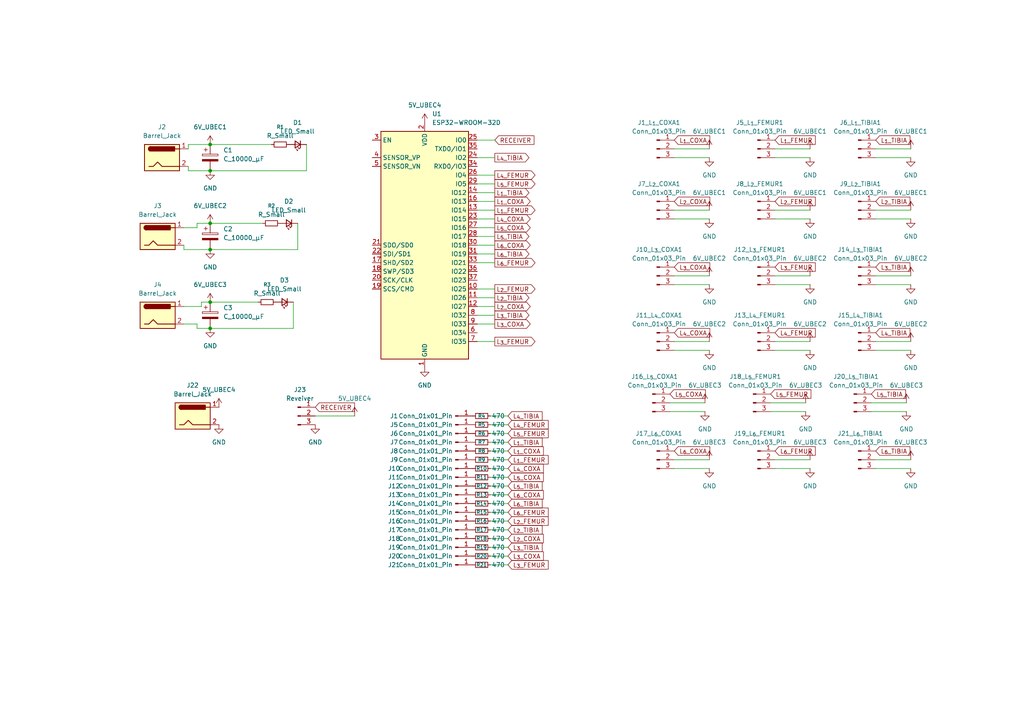
<source format=kicad_sch>
(kicad_sch (version 20250114) (generator "eeschema") (generator_version "9.0")
  (paper "A4")
  (lib_symbols
    (symbol "Connector:Barrel_Jack" (pin_names (offset 1.016))
      (property "Reference" "J" (at 0 5.334 0))
      (property "Value" "Barrel_Jack" (at 0 -5.08 0))
      (symbol "Barrel_Jack_1_1"
        (pin passive line (at 7.62 2.54 180) (length 2.54) (name "~") (number "1"))
        (pin passive line (at 7.62 -2.54 180) (length 2.54) (name "~") (number "2"))
      )
    )
    (symbol "Connector:Conn_01x01_Pin" (pin_names (offset 1.016) (hide yes))
      (property "Reference" "J" (at 0 2.54 0))
      (property "Value" "Conn_01x01_Pin" (at 0 -2.54 0))
      (symbol "Conn_01x01_Pin_1_1"
        (pin passive line (at 5.08 0 180) (length 3.81) (name "Pin_1") (number "1"))
      )
    )
    (symbol "Connector:Conn_01x03_Pin" (pin_names (offset 1.016) (hide yes))
      (property "Reference" "J" (at 0 5.08 0))
      (property "Value" "Conn_01x03_Pin" (at 0 -5.08 0))
      (symbol "Conn_01x03_Pin_1_1"
        (pin passive line (at 5.08 2.54 180) (length 3.81) (name "Pin_1") (number "1"))
        (pin passive line (at 5.08 0 180) (length 3.81) (name "Pin_2") (number "2"))
        (pin passive line (at 5.08 -2.54 180) (length 3.81) (name "Pin_3") (number "3"))
      )
    )
    (symbol "Device:C_Polarized" (pin_numbers (hide yes)) (pin_names (offset 0.254))
      (property "Reference" "C" (at 0.635 2.54 0))
      (property "Value" "C_Polarized" (at 0.635 -2.54 0))
      (symbol "C_Polarized_1_1"
        (pin passive line (at 0 3.81 270) (length 2.794) (name "~") (number "1"))
        (pin passive line (at 0 -3.81 90) (length 2.794) (name "~") (number "2"))
      )
    )
    (symbol "Device:LED_Small" (pin_numbers (hide yes)) (pin_names (offset 0.254) (hide yes))
      (property "Reference" "D" (at -1.27 3.175 0))
      (property "Value" "LED_Small" (at -4.445 -2.54 0))
      (symbol "LED_Small_1_1"
        (pin passive line (at -2.54 0 0) (length 1.778) (name "K") (number "1"))
        (pin passive line (at 2.54 0 180) (length 1.778) (name "A") (number "2"))
      )
    )
    (symbol "Device:R_Small" (pin_numbers (hide yes)) (pin_names (offset 0.254) (hide yes))
      (property "Reference" "R" (at 0 0 90))
      (property "Value" "R_Small" (at 1.778 0 90))
      (symbol "R_Small_1_1"
        (pin passive line (at 0 2.54 270) (length 0.762) (name "~") (number "1"))
        (pin passive line (at 0 -2.54 90) (length 0.762) (name "~") (number "2"))
      )
    )
    (symbol "RF_Module:ESP32-WROOM-32D"
      (property "Reference" "U" (at -12.7 34.29 0))
      (property "Value" "ESP32-WROOM-32D" (at 1.27 34.29 0))
      (symbol "ESP32-WROOM-32D_1_1"
        (pin input line (at -15.24 30.48 0) (length 2.54) (name "EN") (number "3"))
        (pin input line (at -15.24 25.4 0) (length 2.54) (name "SENSOR_VP") (number "4"))
        (pin input line (at -15.24 22.86 0) (length 2.54) (name "SENSOR_VN") (number "5"))
        (pin bidirectional line (at -15.24 0 0) (length 2.54) (name "SDO/SD0") (number "21"))
        (pin bidirectional line (at -15.24 -2.54 0) (length 2.54) (name "SDI/SD1") (number "22"))
        (pin bidirectional line (at -15.24 -5.08 0) (length 2.54) (name "SHD/SD2") (number "17"))
        (pin bidirectional line (at -15.24 -7.62 0) (length 2.54) (name "SWP/SD3") (number "18"))
        (pin bidirectional line (at -15.24 -10.16 0) (length 2.54) (name "SCK/CLK") (number "20"))
        (pin bidirectional line (at -15.24 -12.7 0) (length 2.54) (name "SCS/CMD") (number "19"))
        (pin no_connect line (at -12.7 -27.94 0) (length 2.54) (hide yes) (name "NC") (number "32"))
        (pin power_in line (at 0 35.56 270) (length 2.54) (name "VDD") (number "2"))
        (pin power_in line (at 0 -35.56 90) (length 2.54) (name "GND") (number "1"))
        (pin passive line (at 0 -35.56 90) (length 2.54) (hide yes) (name "GND") (number "15"))
        (pin passive line (at 0 -35.56 90) (length 2.54) (hide yes) (name "GND") (number "38"))
        (pin passive line (at 0 -35.56 90) (length 2.54) (hide yes) (name "GND") (number "39"))
        (pin bidirectional line (at 15.24 30.48 180) (length 2.54) (name "IO0") (number "25"))
        (pin bidirectional line (at 15.24 27.94 180) (length 2.54) (name "TXD0/IO1") (number "35"))
        (pin bidirectional line (at 15.24 25.4 180) (length 2.54) (name "IO2") (number "24"))
        (pin bidirectional line (at 15.24 22.86 180) (length 2.54) (name "RXD0/IO3") (number "34"))
        (pin bidirectional line (at 15.24 20.32 180) (length 2.54) (name "IO4") (number "26"))
        (pin bidirectional line (at 15.24 17.78 180) (length 2.54) (name "IO5") (number "29"))
        (pin bidirectional line (at 15.24 15.24 180) (length 2.54) (name "IO12") (number "14"))
        (pin bidirectional line (at 15.24 12.7 180) (length 2.54) (name "IO13") (number "16"))
        (pin bidirectional line (at 15.24 10.16 180) (length 2.54) (name "IO14") (number "13"))
        (pin bidirectional line (at 15.24 7.62 180) (length 2.54) (name "IO15") (number "23"))
        (pin bidirectional line (at 15.24 5.08 180) (length 2.54) (name "IO16") (number "27"))
        (pin bidirectional line (at 15.24 2.54 180) (length 2.54) (name "IO17") (number "28"))
        (pin bidirectional line (at 15.24 0 180) (length 2.54) (name "IO18") (number "30"))
        (pin bidirectional line (at 15.24 -2.54 180) (length 2.54) (name "IO19") (number "31"))
        (pin bidirectional line (at 15.24 -5.08 180) (length 2.54) (name "IO21") (number "33"))
        (pin bidirectional line (at 15.24 -7.62 180) (length 2.54) (name "IO22") (number "36"))
        (pin bidirectional line (at 15.24 -10.16 180) (length 2.54) (name "IO23") (number "37"))
        (pin bidirectional line (at 15.24 -12.7 180) (length 2.54) (name "IO25") (number "10"))
        (pin bidirectional line (at 15.24 -15.24 180) (length 2.54) (name "IO26") (number "11"))
        (pin bidirectional line (at 15.24 -17.78 180) (length 2.54) (name "IO27") (number "12"))
        (pin bidirectional line (at 15.24 -20.32 180) (length 2.54) (name "IO32") (number "8"))
        (pin bidirectional line (at 15.24 -22.86 180) (length 2.54) (name "IO33") (number "9"))
        (pin input line (at 15.24 -25.4 180) (length 2.54) (name "IO34") (number "6"))
        (pin input line (at 15.24 -27.94 180) (length 2.54) (name "IO35") (number "7"))
      )
    )
    (symbol "power:+6V" (power) (pin_numbers (hide yes)) (pin_names (offset 0) (hide yes))
      (property "Value" "+6V" (at 0 3.556 0))
      (symbol "+6V_1_1"
        (pin power_in line (at 0 0 90) (length 0) (name "~") (number "1"))
      )
    )
    (symbol "power:GND" (power) (pin_numbers (hide yes)) (pin_names (offset 0) (hide yes))
      (property "Value" "GND" (at 0 -3.81 0))
      (symbol "GND_1_1"
        (pin power_in line (at 0 0 270) (length 0) (name "~") (number "1"))
      )
    )
  )
  (text_box "Rev2:\nDodać rewizję na płytce\nDodać via lub pin geader do każdego wejścia sygnałowego tak aby ułatwić podłączanie przewodów sygnałowych" (at 314.96 41.91 0) (size 57.15 27.94) (margins 0.9525 0.9525 0.9525 0.9525) (effects (font (size 1.27 1.27)) (justify left top)))
  (junction (at 60.96 64.77))
  (junction (at 60.96 95.25))
  (junction (at 60.96 72.39))
  (junction (at 60.96 41.91))
  (junction (at 60.96 87.63))
  (junction (at 60.96 49.53))
  (wire (pts (xy 143.51 40.64) (xy 138.43 40.64)))
  (wire (pts (xy 60.96 72.39) (xy 86.36 72.39)))
  (wire (pts (xy 147.32 161.29) (xy 142.24 161.29)))
  (wire (pts (xy 205.74 101.6) (xy 195.58 101.6)))
  (wire (pts (xy 234.95 45.72) (xy 224.79 45.72)))
  (wire (pts (xy 147.32 135.89) (xy 142.24 135.89)))
  (wire (pts (xy 204.47 119.38) (xy 194.31 119.38)))
  (wire (pts (xy 147.32 163.83) (xy 142.24 163.83)))
  (wire (pts (xy 143.51 76.2) (xy 138.43 76.2)))
  (wire (pts (xy 147.32 130.81) (xy 142.24 130.81)))
  (wire (pts (xy 147.32 123.19) (xy 142.24 123.19)))
  (wire (pts (xy 147.32 156.21) (xy 142.24 156.21)))
  (wire (pts (xy 53.34 66.04) (xy 57.15 66.04)))
  (wire (pts (xy 57.15 95.25) (xy 60.96 95.25)))
  (wire (pts (xy 205.74 80.01) (xy 195.58 80.01)))
  (wire (pts (xy 147.32 143.51) (xy 142.24 143.51)))
  (wire (pts (xy 234.95 135.89) (xy 224.79 135.89)))
  (wire (pts (xy 205.74 99.06) (xy 195.58 99.06)))
  (wire (pts (xy 57.15 93.98) (xy 57.15 95.25)))
  (wire (pts (xy 264.16 101.6) (xy 254 101.6)))
  (wire (pts (xy 205.74 60.96) (xy 195.58 60.96)))
  (wire (pts (xy 78.74 41.91) (xy 60.96 41.91)))
  (wire (pts (xy 54.61 41.91) (xy 60.96 41.91)))
  (wire (pts (xy 57.15 64.77) (xy 60.96 64.77)))
  (wire (pts (xy 264.16 45.72) (xy 254 45.72)))
  (wire (pts (xy 143.51 45.72) (xy 138.43 45.72)))
  (wire (pts (xy 143.51 60.96) (xy 138.43 60.96)))
  (wire (pts (xy 234.95 80.01) (xy 224.79 80.01)))
  (wire (pts (xy 264.16 80.01) (xy 254 80.01)))
  (wire (pts (xy 143.51 55.88) (xy 138.43 55.88)))
  (wire (pts (xy 143.51 66.04) (xy 138.43 66.04)))
  (wire (pts (xy 86.36 64.77) (xy 86.36 72.39)))
  (wire (pts (xy 234.95 101.6) (xy 224.79 101.6)))
  (wire (pts (xy 147.32 128.27) (xy 142.24 128.27)))
  (wire (pts (xy 54.61 48.26) (xy 54.61 49.53)))
  (wire (pts (xy 54.61 49.53) (xy 60.96 49.53)))
  (wire (pts (xy 88.9 41.91) (xy 88.9 49.53)))
  (wire (pts (xy 143.51 68.58) (xy 138.43 68.58)))
  (wire (pts (xy 143.51 53.34) (xy 138.43 53.34)))
  (wire (pts (xy 58.42 88.9) (xy 58.42 87.63)))
  (wire (pts (xy 264.16 63.5) (xy 254 63.5)))
  (wire (pts (xy 147.32 158.75) (xy 142.24 158.75)))
  (wire (pts (xy 233.68 119.38) (xy 223.52 119.38)))
  (wire (pts (xy 143.51 83.82) (xy 138.43 83.82)))
  (wire (pts (xy 233.68 116.84) (xy 223.52 116.84)))
  (wire (pts (xy 54.61 43.18) (xy 54.61 41.91)))
  (wire (pts (xy 205.74 135.89) (xy 195.58 135.89)))
  (wire (pts (xy 205.74 43.18) (xy 195.58 43.18)))
  (wire (pts (xy 234.95 82.55) (xy 224.79 82.55)))
  (wire (pts (xy 53.34 93.98) (xy 57.15 93.98)))
  (wire (pts (xy 143.51 63.5) (xy 138.43 63.5)))
  (wire (pts (xy 102.87 120.65) (xy 91.44 120.65)))
  (wire (pts (xy 143.51 99.06) (xy 138.43 99.06)))
  (wire (pts (xy 143.51 93.98) (xy 138.43 93.98)))
  (wire (pts (xy 205.74 63.5) (xy 195.58 63.5)))
  (wire (pts (xy 234.95 60.96) (xy 224.79 60.96)))
  (wire (pts (xy 234.95 133.35) (xy 224.79 133.35)))
  (wire (pts (xy 74.93 87.63) (xy 60.96 87.63)))
  (wire (pts (xy 147.32 120.65) (xy 142.24 120.65)))
  (wire (pts (xy 143.51 88.9) (xy 138.43 88.9)))
  (wire (pts (xy 143.51 91.44) (xy 138.43 91.44)))
  (wire (pts (xy 264.16 99.06) (xy 254 99.06)))
  (wire (pts (xy 234.95 63.5) (xy 224.79 63.5)))
  (wire (pts (xy 205.74 82.55) (xy 195.58 82.55)))
  (wire (pts (xy 147.32 153.67) (xy 142.24 153.67)))
  (wire (pts (xy 264.16 43.18) (xy 254 43.18)))
  (wire (pts (xy 147.32 133.35) (xy 142.24 133.35)))
  (wire (pts (xy 147.32 151.13) (xy 142.24 151.13)))
  (wire (pts (xy 264.16 82.55) (xy 254 82.55)))
  (wire (pts (xy 85.09 87.63) (xy 85.09 95.25)))
  (wire (pts (xy 205.74 45.72) (xy 195.58 45.72)))
  (wire (pts (xy 234.95 99.06) (xy 224.79 99.06)))
  (wire (pts (xy 147.32 146.05) (xy 142.24 146.05)))
  (wire (pts (xy 262.89 116.84) (xy 252.73 116.84)))
  (wire (pts (xy 205.74 133.35) (xy 195.58 133.35)))
  (wire (pts (xy 60.96 95.25) (xy 85.09 95.25)))
  (wire (pts (xy 143.51 73.66) (xy 138.43 73.66)))
  (wire (pts (xy 264.16 135.89) (xy 254 135.89)))
  (wire (pts (xy 264.16 133.35) (xy 254 133.35)))
  (wire (pts (xy 88.9 49.53) (xy 60.96 49.53)))
  (wire (pts (xy 262.89 119.38) (xy 252.73 119.38)))
  (wire (pts (xy 147.32 148.59) (xy 142.24 148.59)))
  (wire (pts (xy 143.51 71.12) (xy 138.43 71.12)))
  (wire (pts (xy 147.32 125.73) (xy 142.24 125.73)))
  (wire (pts (xy 57.15 66.04) (xy 57.15 64.77)))
  (wire (pts (xy 53.34 88.9) (xy 58.42 88.9)))
  (wire (pts (xy 143.51 58.42) (xy 138.43 58.42)))
  (wire (pts (xy 264.16 60.96) (xy 254 60.96)))
  (wire (pts (xy 234.95 43.18) (xy 224.79 43.18)))
  (wire (pts (xy 204.47 116.84) (xy 194.31 116.84)))
  (wire (pts (xy 143.51 86.36) (xy 138.43 86.36)))
  (wire (pts (xy 147.32 140.97) (xy 142.24 140.97)))
  (wire (pts (xy 53.34 72.39) (xy 60.96 72.39)))
  (wire (pts (xy 53.34 71.12) (xy 53.34 72.39)))
  (wire (pts (xy 147.32 138.43) (xy 142.24 138.43)))
  (wire (pts (xy 143.51 50.8) (xy 138.43 50.8)))
  (wire (pts (xy 76.2 64.77) (xy 60.96 64.77)))
  (wire (pts (xy 58.42 87.63) (xy 60.96 87.63)))
  (global_label "L_{4}_COXA" (shape output) (at 143.51 63.5 0) (property "Intersheetrefs" "${INTERSHEET_REFS}" (effects (hide yes))))
  (global_label "L_{3}_COXA" (shape input) (at 195.58 77.47 0) (property "Intersheetrefs" "${INTERSHEET_REFS}" (effects (hide yes))))
  (global_label "L_{3}_COXA" (shape output) (at 143.51 93.98 0) (property "Intersheetrefs" "${INTERSHEET_REFS}" (effects (hide yes))))
  (global_label "L_{6}_TIBIA" (shape input) (at 254 130.81 0) (property "Intersheetrefs" "${INTERSHEET_REFS}" (effects (hide yes))))
  (global_label "L_{4}_COXA" (shape input) (at 147.32 135.89 0) (property "Intersheetrefs" "${INTERSHEET_REFS}" (effects (hide yes))))
  (global_label "L_{1}_TIBIA" (shape output) (at 143.51 55.88 0) (property "Intersheetrefs" "${INTERSHEET_REFS}" (effects (hide yes))))
  (global_label "L_{6}_COXA" (shape output) (at 143.51 71.12 0) (property "Intersheetrefs" "${INTERSHEET_REFS}" (effects (hide yes))))
  (global_label "L_{5}_COXA" (shape output) (at 143.51 66.04 0) (property "Intersheetrefs" "${INTERSHEET_REFS}" (effects (hide yes))))
  (global_label "L_{1}_COXA" (shape output) (at 143.51 58.42 0) (property "Intersheetrefs" "${INTERSHEET_REFS}" (effects (hide yes))))
  (global_label "L_{2}_FEMUR" (shape input) (at 224.79 58.42 0) (property "Intersheetrefs" "${INTERSHEET_REFS}" (effects (hide yes))))
  (global_label "L_{4}_FEMUR" (shape input) (at 224.79 96.52 0) (property "Intersheetrefs" "${INTERSHEET_REFS}" (effects (hide yes))))
  (global_label "L_{5}_FEMUR" (shape input) (at 223.52 114.3 0) (property "Intersheetrefs" "${INTERSHEET_REFS}" (effects (hide yes))))
  (global_label "L_{2}_FEMUR" (shape input) (at 147.32 151.13 0) (property "Intersheetrefs" "${INTERSHEET_REFS}" (effects (hide yes))))
  (global_label "L_{2}_TIBIA" (shape input) (at 254 58.42 0) (property "Intersheetrefs" "${INTERSHEET_REFS}" (effects (hide yes))))
  (global_label "L_{4}_TIBIA" (shape output) (at 143.51 45.72 0) (property "Intersheetrefs" "${INTERSHEET_REFS}" (effects (hide yes))))
  (global_label "L_{6}_FEMUR" (shape input) (at 147.32 148.59 0) (property "Intersheetrefs" "${INTERSHEET_REFS}" (effects (hide yes))))
  (global_label "L_{5}_TIBIA" (shape input) (at 252.73 114.3 0) (property "Intersheetrefs" "${INTERSHEET_REFS}" (effects (hide yes))))
  (global_label "L_{6}_FEMUR" (shape output) (at 143.51 76.2 0) (property "Intersheetrefs" "${INTERSHEET_REFS}" (effects (hide yes))))
  (global_label "L_{3}_FEMUR" (shape input) (at 224.79 77.47 0) (property "Intersheetrefs" "${INTERSHEET_REFS}" (effects (hide yes))))
  (global_label "L_{2}_FEMUR" (shape output) (at 143.51 83.82 0) (property "Intersheetrefs" "${INTERSHEET_REFS}" (effects (hide yes))))
  (global_label "L_{6}_TIBIA" (shape input) (at 147.32 146.05 0) (property "Intersheetrefs" "${INTERSHEET_REFS}" (effects (hide yes))))
  (global_label "L_{2}_COXA" (shape output) (at 143.51 88.9 0) (property "Intersheetrefs" "${INTERSHEET_REFS}" (effects (hide yes))))
  (global_label "L_{5}_FEMUR" (shape input) (at 147.32 125.73 0) (property "Intersheetrefs" "${INTERSHEET_REFS}" (effects (hide yes))))
  (global_label "L_{1}_COXA" (shape input) (at 195.58 40.64 0) (property "Intersheetrefs" "${INTERSHEET_REFS}" (effects (hide yes))))
  (global_label "L_{3}_FEMUR" (shape output) (at 143.51 99.06 0) (property "Intersheetrefs" "${INTERSHEET_REFS}" (effects (hide yes))))
  (global_label "L_{5}_TIBIA" (shape output) (at 143.51 68.58 0) (property "Intersheetrefs" "${INTERSHEET_REFS}" (effects (hide yes))))
  (global_label "L_{4}_FEMUR" (shape output) (at 143.51 50.8 0) (property "Intersheetrefs" "${INTERSHEET_REFS}" (effects (hide yes))))
  (global_label "L_{4}_FEMUR" (shape input) (at 147.32 123.19 0) (property "Intersheetrefs" "${INTERSHEET_REFS}" (effects (hide yes))))
  (global_label "L_{4}_TIBIA" (shape input) (at 147.32 120.65 0) (property "Intersheetrefs" "${INTERSHEET_REFS}" (effects (hide yes))))
  (global_label "L_{5}_TIBIA" (shape input) (at 147.32 140.97 0) (property "Intersheetrefs" "${INTERSHEET_REFS}" (effects (hide yes))))
  (global_label "L_{1}_COXA" (shape input) (at 147.32 130.81 0) (property "Intersheetrefs" "${INTERSHEET_REFS}" (effects (hide yes))))
  (global_label "L_{1}_FEMUR" (shape output) (at 143.51 60.96 0) (property "Intersheetrefs" "${INTERSHEET_REFS}" (effects (hide yes))))
  (global_label "L_{2}_TIBIA" (shape output) (at 143.51 86.36 0) (property "Intersheetrefs" "${INTERSHEET_REFS}" (effects (hide yes))))
  (global_label "L_{6}_COXA" (shape input) (at 147.32 143.51 0) (property "Intersheetrefs" "${INTERSHEET_REFS}" (effects (hide yes))))
  (global_label "RECEIVER" (shape input) (at 143.51 40.64 0) (property "Intersheetrefs" "${INTERSHEET_REFS}" (effects (hide yes))))
  (global_label "L_{5}_FEMUR" (shape output) (at 143.51 53.34 0) (property "Intersheetrefs" "${INTERSHEET_REFS}" (effects (hide yes))))
  (global_label "L_{6}_FEMUR" (shape input) (at 224.79 130.81 0) (property "Intersheetrefs" "${INTERSHEET_REFS}" (effects (hide yes))))
  (global_label "L_{5}_COXA" (shape input) (at 147.32 138.43 0) (property "Intersheetrefs" "${INTERSHEET_REFS}" (effects (hide yes))))
  (global_label "L_{1}_FEMUR" (shape input) (at 147.32 133.35 0) (property "Intersheetrefs" "${INTERSHEET_REFS}" (effects (hide yes))))
  (global_label "L_{3}_FEMUR" (shape input) (at 147.32 163.83 0) (property "Intersheetrefs" "${INTERSHEET_REFS}" (effects (hide yes))))
  (global_label "L_{1}_TIBIA" (shape input) (at 254 40.64 0) (property "Intersheetrefs" "${INTERSHEET_REFS}" (effects (hide yes))))
  (global_label "L_{6}_COXA" (shape input) (at 195.58 130.81 0) (property "Intersheetrefs" "${INTERSHEET_REFS}" (effects (hide yes))))
  (global_label "L_{3}_TIBIA" (shape input) (at 147.32 158.75 0) (property "Intersheetrefs" "${INTERSHEET_REFS}" (effects (hide yes))))
  (global_label "L_{1}_TIBIA" (shape input) (at 147.32 128.27 0) (property "Intersheetrefs" "${INTERSHEET_REFS}" (effects (hide yes))))
  (global_label "L_{4}_TIBIA" (shape input) (at 254 96.52 0) (property "Intersheetrefs" "${INTERSHEET_REFS}" (effects (hide yes))))
  (global_label "L_{5}_COXA" (shape input) (at 194.31 114.3 0) (property "Intersheetrefs" "${INTERSHEET_REFS}" (effects (hide yes))))
  (global_label "L_{2}_COXA" (shape input) (at 195.58 58.42 0) (property "Intersheetrefs" "${INTERSHEET_REFS}" (effects (hide yes))))
  (global_label "L_{4}_COXA" (shape input) (at 195.58 96.52 0) (property "Intersheetrefs" "${INTERSHEET_REFS}" (effects (hide yes))))
  (global_label "L_{3}_TIBIA" (shape input) (at 254 77.47 0) (property "Intersheetrefs" "${INTERSHEET_REFS}" (effects (hide yes))))
  (global_label "L_{3}_COXA" (shape input) (at 147.32 161.29 0) (property "Intersheetrefs" "${INTERSHEET_REFS}" (effects (hide yes))))
  (global_label "L_{6}_TIBIA" (shape output) (at 143.51 73.66 0) (property "Intersheetrefs" "${INTERSHEET_REFS}" (effects (hide yes))))
  (global_label "RECEIVER" (shape input) (at 91.44 118.11 0) (property "Intersheetrefs" "${INTERSHEET_REFS}" (effects (hide yes))))
  (global_label "L_{2}_TIBIA" (shape input) (at 147.32 153.67 0) (property "Intersheetrefs" "${INTERSHEET_REFS}" (effects (hide yes))))
  (global_label "L_{2}_COXA" (shape input) (at 147.32 156.21 0) (property "Intersheetrefs" "${INTERSHEET_REFS}" (effects (hide yes))))
  (global_label "L_{1}_FEMUR" (shape input) (at 224.79 40.64 0) (property "Intersheetrefs" "${INTERSHEET_REFS}" (effects (hide yes))))
  (global_label "L_{3}_TIBIA" (shape output) (at 143.51 91.44 0) (property "Intersheetrefs" "${INTERSHEET_REFS}" (effects (hide yes))))
  (symbol (lib_id "Device:R_Small") (at 139.7 151.13 90) (unit 1)
    (property "Reference" "R16" (at 139.7 151.13 90) (effects (font (size 1.016 1.016))))
    (property "Value" "470" (at 144.526 151.13 90))
    (property "Footprint" "Resistor_SMD:R_0805_2012Metric_Pad1.20x1.40mm_HandSolder" (effects (hide yes)))
    (property "Description" "Resistor, small symbol" (effects (hide yes)))
  )
  (symbol (lib_id "power:+6V") (at 123.19 35.56 0) (unit 1)
    (property "Reference" "#PWR046" (effects (hide yes)))
    (property "Value" "5V_UBEC4" (at 123.19 30.48 0))
    (property "Description" "Power symbol creates a global label with name \"+6V\"" (effects (hide yes)))
  )
  (symbol (lib_id "power:+6V") (at 205.74 99.06 0) (unit 1)
    (property "Reference" "#PWR022" (effects (hide yes)))
    (property "Value" "6V_UBEC2" (at 205.74 93.98 0))
    (property "Description" "Power symbol creates a global label with name \"+6V\"" (effects (hide yes)))
  )
  (symbol (lib_id "Device:R_Small") (at 139.7 133.35 90) (unit 1)
    (property "Reference" "R9" (at 139.7 133.35 90) (effects (font (size 1.016 1.016))))
    (property "Value" "470" (at 144.526 133.35 90))
    (property "Footprint" "Resistor_SMD:R_0805_2012Metric_Pad1.20x1.40mm_HandSolder" (effects (hide yes)))
    (property "Description" "Resistor, small symbol" (effects (hide yes)))
  )
  (symbol (lib_id "Connector:Conn_01x03_Pin") (at 189.23 116.84 0) (unit 1)
    (property "Reference" "J16_L_{5}_COXA1" (at 189.865 109.22 0))
    (property "Value" "Conn_01x03_Pin" (at 189.865 111.76 0))
    (property "Footprint" "Connector_PinHeader_2.54mm:PinHeader_1x03_P2.54mm_Vertical" (effects (hide yes)))
    (property "Description" "Generic connector, single row, 01x03, script generated" (effects (hide yes)))
  )
  (symbol (lib_id "Connector:Conn_01x01_Pin") (at 132.08 138.43 0) (unit 1)
    (property "Reference" "J11" (at 114.3 138.43 0))
    (property "Value" "Conn_01x01_Pin" (at 123.444 138.43 0))
    (property "Footprint" "Connector_PinHeader_2.54mm:PinHeader_1x01_P2.54mm_Vertical" (effects (hide yes)))
    (property "Description" "Generic connector, single row, 01x01, script generated" (effects (hide yes)))
  )
  (symbol (lib_id "Connector:Conn_01x01_Pin") (at 132.08 125.73 0) (unit 1)
    (property "Reference" "J6" (at 114.3 125.73 0))
    (property "Value" "Conn_01x01_Pin" (at 123.444 125.73 0))
    (property "Footprint" "Connector_PinHeader_2.54mm:PinHeader_1x01_P2.54mm_Vertical" (effects (hide yes)))
    (property "Description" "Generic connector, single row, 01x01, script generated" (effects (hide yes)))
  )
  (symbol (lib_id "Device:R_Small") (at 139.7 158.75 90) (unit 1)
    (property "Reference" "R19" (at 139.7 158.75 90) (effects (font (size 1.016 1.016))))
    (property "Value" "470" (at 144.526 158.75 90))
    (property "Footprint" "Resistor_SMD:R_0805_2012Metric_Pad1.20x1.40mm_HandSolder" (effects (hide yes)))
    (property "Description" "Resistor, small symbol" (effects (hide yes)))
  )
  (symbol (lib_id "Connector:Conn_01x03_Pin") (at 247.65 116.84 0) (unit 1)
    (property "Reference" "J20_L_{5}_TIBIA1" (at 248.285 109.22 0))
    (property "Value" "Conn_01x03_Pin" (at 248.285 111.76 0))
    (property "Footprint" "Connector_PinHeader_2.54mm:PinHeader_1x03_P2.54mm_Vertical" (effects (hide yes)))
    (property "Description" "Generic connector, single row, 01x03, script generated" (effects (hide yes)))
  )
  (symbol (lib_id "Connector:Conn_01x03_Pin") (at 190.5 99.06 0) (unit 1)
    (property "Reference" "J11_L_{4}_COXA1" (at 191.135 91.44 0))
    (property "Value" "Conn_01x03_Pin" (at 191.135 93.98 0))
    (property "Footprint" "Connector_PinHeader_2.54mm:PinHeader_1x03_P2.54mm_Horizontal" (effects (hide yes)))
    (property "Description" "Generic connector, single row, 01x03, script generated" (effects (hide yes)))
  )
  (symbol (lib_id "Connector:Barrel_Jack") (at 46.99 45.72 0) (unit 1)
    (property "Reference" "J2" (at 46.99 36.83 0))
    (property "Value" "Barrel_Jack" (at 46.99 39.37 0))
    (property "Footprint" "TerminalBlock_Phoenix:TerminalBlock_Phoenix_MKDS-1,5-2_1x02_P5.00mm_Horizontal" (effects (hide yes)))
    (property "Description" "DC Barrel Jack" (effects (hide yes)))
  )
  (symbol (lib_id "Connector:Conn_01x01_Pin") (at 132.08 163.83 0) (unit 1)
    (property "Reference" "J21" (at 114.3 163.83 0))
    (property "Value" "Conn_01x01_Pin" (at 123.444 163.83 0))
    (property "Footprint" "Connector_PinHeader_2.54mm:PinHeader_1x01_P2.54mm_Vertical" (effects (hide yes)))
    (property "Description" "Generic connector, single row, 01x01, script generated" (effects (hide yes)))
  )
  (symbol (lib_id "Device:R_Small") (at 139.7 138.43 90) (unit 1)
    (property "Reference" "R11" (at 139.7 138.43 90) (effects (font (size 1.016 1.016))))
    (property "Value" "470" (at 144.526 138.43 90))
    (property "Footprint" "Resistor_SMD:R_0805_2012Metric_Pad1.20x1.40mm_HandSolder" (effects (hide yes)))
    (property "Description" "Resistor, small symbol" (effects (hide yes)))
  )
  (symbol (lib_id "power:+6V") (at 264.16 80.01 0) (unit 1)
    (property "Reference" "#PWR028" (effects (hide yes)))
    (property "Value" "6V_UBEC2" (at 264.16 74.93 0))
    (property "Description" "Power symbol creates a global label with name \"+6V\"" (effects (hide yes)))
  )
  (symbol (lib_id "power:GND") (at 91.44 123.19 0) (unit 1)
    (property "Reference" "#PWR047" (effects (hide yes)))
    (property "Value" "GND" (at 91.44 128.27 0))
    (property "Description" "Power symbol creates a global label with name \"GND\" , ground" (effects (hide yes)))
  )
  (symbol (lib_id "Device:R_Small") (at 139.7 120.65 90) (unit 1)
    (property "Reference" "R4" (at 139.7 120.65 90) (effects (font (size 1.016 1.016))))
    (property "Value" "470" (at 144.526 120.65 90))
    (property "Footprint" "Resistor_SMD:R_0805_2012Metric_Pad1.20x1.40mm_HandSolder" (effects (hide yes)))
    (property "Description" "Resistor, small symbol" (effects (hide yes)))
  )
  (symbol (lib_id "Device:R_Small") (at 139.7 153.67 90) (unit 1)
    (property "Reference" "R17" (at 139.7 153.67 90) (effects (font (size 1.016 1.016))))
    (property "Value" "470" (at 144.526 153.67 90))
    (property "Footprint" "Resistor_SMD:R_0805_2012Metric_Pad1.20x1.40mm_HandSolder" (effects (hide yes)))
    (property "Description" "Resistor, small symbol" (effects (hide yes)))
  )
  (symbol (lib_id "power:+6V") (at 205.74 133.35 0) (unit 1)
    (property "Reference" "#PWR034" (effects (hide yes)))
    (property "Value" "6V_UBEC3" (at 205.74 128.27 0))
    (property "Description" "Power symbol creates a global label with name \"+6V\"" (effects (hide yes)))
  )
  (symbol (lib_id "power:GND") (at 60.96 49.53 0) (unit 1)
    (property "Reference" "#PWR08" (effects (hide yes)))
    (property "Value" "GND" (at 60.96 54.61 0))
    (property "Description" "Power symbol creates a global label with name \"GND\" , ground" (effects (hide yes)))
  )
  (symbol (lib_id "power:GND") (at 264.16 82.55 0) (unit 1)
    (property "Reference" "#PWR029" (effects (hide yes)))
    (property "Value" "GND" (at 264.16 87.63 0))
    (property "Description" "Power symbol creates a global label with name \"GND\" , ground" (effects (hide yes)))
  )
  (symbol (lib_id "power:+6V") (at 204.47 116.84 0) (unit 1)
    (property "Reference" "#PWR032" (effects (hide yes)))
    (property "Value" "6V_UBEC3" (at 204.47 111.76 0))
    (property "Description" "Power symbol creates a global label with name \"+6V\"" (effects (hide yes)))
  )
  (symbol (lib_id "power:+6V") (at 205.74 80.01 0) (unit 1)
    (property "Reference" "#PWR020" (effects (hide yes)))
    (property "Value" "6V_UBEC2" (at 205.74 74.93 0))
    (property "Description" "Power symbol creates a global label with name \"+6V\"" (effects (hide yes)))
  )
  (symbol (lib_id "Device:R_Small") (at 139.7 125.73 90) (unit 1)
    (property "Reference" "R6" (at 139.7 125.73 90) (effects (font (size 1.016 1.016))))
    (property "Value" "470" (at 144.526 125.73 90))
    (property "Footprint" "Resistor_SMD:R_0805_2012Metric_Pad1.20x1.40mm_HandSolder" (effects (hide yes)))
    (property "Description" "Resistor, small symbol" (effects (hide yes)))
  )
  (symbol (lib_id "power:GND") (at 234.95 82.55 0) (unit 1)
    (property "Reference" "#PWR025" (effects (hide yes)))
    (property "Value" "GND" (at 234.95 87.63 0))
    (property "Description" "Power symbol creates a global label with name \"GND\" , ground" (effects (hide yes)))
  )
  (symbol (lib_id "power:GND") (at 234.95 45.72 0) (unit 1)
    (property "Reference" "#PWR011" (effects (hide yes)))
    (property "Value" "GND" (at 234.95 50.8 0))
    (property "Description" "Power symbol creates a global label with name \"GND\" , ground" (effects (hide yes)))
  )
  (symbol (lib_id "power:+6V") (at 234.95 43.18 0) (unit 1)
    (property "Reference" "#PWR010" (effects (hide yes)))
    (property "Value" "6V_UBEC1" (at 234.95 38.1 0))
    (property "Description" "Power symbol creates a global label with name \"+6V\"" (effects (hide yes)))
  )
  (symbol (lib_id "power:GND") (at 60.96 95.25 0) (unit 1)
    (property "Reference" "#PWR06" (effects (hide yes)))
    (property "Value" "GND" (at 60.96 100.33 0))
    (property "Description" "Power symbol creates a global label with name \"GND\" , ground" (effects (hide yes)))
  )
  (symbol (lib_id "power:GND") (at 264.16 101.6 0) (unit 1)
    (property "Reference" "#PWR031" (effects (hide yes)))
    (property "Value" "GND" (at 264.16 106.68 0))
    (property "Description" "Power symbol creates a global label with name \"GND\" , ground" (effects (hide yes)))
  )
  (symbol (lib_id "power:GND") (at 205.74 135.89 0) (unit 1)
    (property "Reference" "#PWR035" (effects (hide yes)))
    (property "Value" "GND" (at 205.74 140.97 0))
    (property "Description" "Power symbol creates a global label with name \"GND\" , ground" (effects (hide yes)))
  )
  (symbol (lib_id "Connector:Conn_01x03_Pin") (at 248.92 60.96 0) (unit 1)
    (property "Reference" "J9_L_{2}_TIBIA1" (at 249.555 53.34 0))
    (property "Value" "Conn_01x03_Pin" (at 249.555 55.88 0))
    (property "Footprint" "Connector_PinHeader_2.54mm:PinHeader_1x03_P2.54mm_Vertical" (effects (hide yes)))
    (property "Description" "Generic connector, single row, 01x03, script generated" (effects (hide yes)))
  )
  (symbol (lib_id "Connector:Conn_01x03_Pin") (at 248.92 99.06 0) (unit 1)
    (property "Reference" "J15_L_{4}_TIBIA1" (at 249.555 91.44 0))
    (property "Value" "Conn_01x03_Pin" (at 249.555 93.98 0))
    (property "Footprint" "Connector_PinHeader_2.54mm:PinHeader_1x03_P2.54mm_Horizontal" (effects (hide yes)))
    (property "Description" "Generic connector, single row, 01x03, script generated" (effects (hide yes)))
  )
  (symbol (lib_id "Connector:Barrel_Jack") (at 45.72 91.44 0) (unit 1)
    (property "Reference" "J4" (at 45.72 82.55 0))
    (property "Value" "Barrel_Jack" (at 45.72 85.09 0))
    (property "Footprint" "TerminalBlock_Phoenix:TerminalBlock_Phoenix_MKDS-1,5-2_1x02_P5.00mm_Horizontal" (effects (hide yes)))
    (property "Description" "DC Barrel Jack" (effects (hide yes)))
  )
  (symbol (lib_id "Device:R_Small") (at 139.7 128.27 90) (unit 1)
    (property "Reference" "R7" (at 139.7 128.27 90) (effects (font (size 1.016 1.016))))
    (property "Value" "470" (at 144.526 128.27 90))
    (property "Footprint" "Resistor_SMD:R_0805_2012Metric_Pad1.20x1.40mm_HandSolder" (effects (hide yes)))
    (property "Description" "Resistor, small symbol" (effects (hide yes)))
  )
  (symbol (lib_id "Device:R_Small") (at 77.47 87.63 90) (unit 1)
    (property "Reference" "R3" (at 77.47 82.55 90) (effects (font (size 1.016 1.016))))
    (property "Value" "R_Small" (at 77.47 85.09 90))
    (property "Footprint" "Resistor_SMD:R_0805_2012Metric" (effects (hide yes)))
    (property "Description" "Resistor, small symbol" (effects (hide yes)))
  )
  (symbol (lib_id "Connector:Conn_01x01_Pin") (at 132.08 128.27 0) (unit 1)
    (property "Reference" "J7" (at 114.3 128.27 0))
    (property "Value" "Conn_01x01_Pin" (at 123.444 128.27 0))
    (property "Footprint" "Connector_PinHeader_2.54mm:PinHeader_1x01_P2.54mm_Vertical" (effects (hide yes)))
    (property "Description" "Generic connector, single row, 01x01, script generated" (effects (hide yes)))
  )
  (symbol (lib_id "Device:LED_Small") (at 86.36 41.91 180) (unit 1)
    (property "Reference" "D1" (at 86.2965 35.56 0))
    (property "Value" "LED_Small" (at 86.2965 38.1 0))
    (property "Footprint" "LED_SMD:LED_0805_2012Metric" (effects (hide yes)))
    (property "Description" "Light emitting diode, small symbol" (effects (hide yes)))
    (property "Sim.Pin" "1=K 2=A" (effects (hide yes)))
  )
  (symbol (lib_id "power:+6V") (at 102.87 120.65 0) (unit 1)
    (property "Reference" "#PWR048" (effects (hide yes)))
    (property "Value" "5V_UBEC4" (at 102.87 115.57 0))
    (property "Description" "Power symbol creates a global label with name \"+6V\"" (effects (hide yes)))
  )
  (symbol (lib_id "power:+6V") (at 264.16 99.06 0) (unit 1)
    (property "Reference" "#PWR030" (effects (hide yes)))
    (property "Value" "6V_UBEC2" (at 264.16 93.98 0))
    (property "Description" "Power symbol creates a global label with name \"+6V\"" (effects (hide yes)))
  )
  (symbol (lib_id "Connector:Conn_01x01_Pin") (at 132.08 143.51 0) (unit 1)
    (property "Reference" "J13" (at 114.3 143.51 0))
    (property "Value" "Conn_01x01_Pin" (at 123.444 143.51 0))
    (property "Footprint" "Connector_PinHeader_2.54mm:PinHeader_1x01_P2.54mm_Vertical" (effects (hide yes)))
    (property "Description" "Generic connector, single row, 01x01, script generated" (effects (hide yes)))
  )
  (symbol (lib_id "power:GND") (at 63.5 123.19 0) (unit 1)
    (property "Reference" "#PWR044" (effects (hide yes)))
    (property "Value" "GND" (at 63.5 128.27 0))
    (property "Description" "Power symbol creates a global label with name \"GND\" , ground" (effects (hide yes)))
  )
  (symbol (lib_id "Connector:Conn_01x01_Pin") (at 132.08 156.21 0) (unit 1)
    (property "Reference" "J18" (at 114.3 156.21 0))
    (property "Value" "Conn_01x01_Pin" (at 123.444 156.21 0))
    (property "Footprint" "Connector_PinHeader_2.54mm:PinHeader_1x01_P2.54mm_Vertical" (effects (hide yes)))
    (property "Description" "Generic connector, single row, 01x01, script generated" (effects (hide yes)))
  )
  (symbol (lib_id "power:+6V") (at 63.5 118.11 0) (unit 1)
    (property "Reference" "#PWR045" (effects (hide yes)))
    (property "Value" "5V_UBEC4" (at 63.5 113.03 0))
    (property "Description" "Power symbol creates a global label with name \"+6V\"" (effects (hide yes)))
  )
  (symbol (lib_id "power:+6V") (at 234.95 99.06 0) (unit 1)
    (property "Reference" "#PWR026" (effects (hide yes)))
    (property "Value" "6V_UBEC2" (at 234.95 93.98 0))
    (property "Description" "Power symbol creates a global label with name \"+6V\"" (effects (hide yes)))
  )
  (symbol (lib_id "power:GND") (at 205.74 101.6 0) (unit 1)
    (property "Reference" "#PWR023" (effects (hide yes)))
    (property "Value" "GND" (at 205.74 106.68 0))
    (property "Description" "Power symbol creates a global label with name \"GND\" , ground" (effects (hide yes)))
  )
  (symbol (lib_id "Connector:Conn_01x03_Pin") (at 219.71 99.06 0) (unit 1)
    (property "Reference" "J13_L_{4}_FEMUR1" (at 220.345 91.44 0))
    (property "Value" "Conn_01x03_Pin" (at 220.345 93.98 0))
    (property "Footprint" "Connector_PinHeader_2.54mm:PinHeader_1x03_P2.54mm_Horizontal" (effects (hide yes)))
    (property "Description" "Generic connector, single row, 01x03, script generated" (effects (hide yes)))
  )
  (symbol (lib_id "Device:R_Small") (at 81.28 41.91 90) (unit 1)
    (property "Reference" "R1" (at 81.28 36.83 90) (effects (font (size 1.016 1.016))))
    (property "Value" "R_Small" (at 81.28 39.37 90))
    (property "Footprint" "Resistor_SMD:R_0805_2012Metric" (effects (hide yes)))
    (property "Description" "Resistor, small symbol" (effects (hide yes)))
  )
  (symbol (lib_id "power:GND") (at 264.16 63.5 0) (unit 1)
    (property "Reference" "#PWR019" (effects (hide yes)))
    (property "Value" "GND" (at 264.16 68.58 0))
    (property "Description" "Power symbol creates a global label with name \"GND\" , ground" (effects (hide yes)))
  )
  (symbol (lib_id "Connector:Conn_01x03_Pin") (at 190.5 133.35 0) (unit 1)
    (property "Reference" "J17_L_{6}_COXA1" (at 191.135 125.73 0))
    (property "Value" "Conn_01x03_Pin" (at 191.135 128.27 0))
    (property "Footprint" "Connector_PinHeader_2.54mm:PinHeader_1x03_P2.54mm_Horizontal" (effects (hide yes)))
    (property "Description" "Generic connector, single row, 01x03, script generated" (effects (hide yes)))
  )
  (symbol (lib_id "Device:R_Small") (at 139.7 130.81 90) (unit 1)
    (property "Reference" "R8" (at 139.7 130.81 90) (effects (font (size 1.016 1.016))))
    (property "Value" "470" (at 144.526 130.81 90))
    (property "Footprint" "Resistor_SMD:R_0805_2012Metric_Pad1.20x1.40mm_HandSolder" (effects (hide yes)))
    (property "Description" "Resistor, small symbol" (effects (hide yes)))
  )
  (symbol (lib_id "Connector:Conn_01x03_Pin") (at 219.71 43.18 0) (unit 1)
    (property "Reference" "J5_L_{1}_FEMUR1" (at 220.345 35.56 0))
    (property "Value" "Conn_01x03_Pin" (at 220.345 38.1 0))
    (property "Footprint" "Connector_PinHeader_2.54mm:PinHeader_1x03_P2.54mm_Horizontal" (effects (hide yes)))
    (property "Description" "Generic connector, single row, 01x03, script generated" (effects (hide yes)))
  )
  (symbol (lib_id "Device:R_Small") (at 78.74 64.77 90) (unit 1)
    (property "Reference" "R2" (at 78.74 59.69 90) (effects (font (size 1.016 1.016))))
    (property "Value" "R_Small" (at 78.74 62.23 90))
    (property "Footprint" "Resistor_SMD:R_0805_2012Metric" (effects (hide yes)))
    (property "Description" "Resistor, small symbol" (effects (hide yes)))
  )
  (symbol (lib_id "Device:C_Polarized") (at 60.96 68.58 0) (unit 1)
    (property "Reference" "C2" (at 64.77 66.4209 0) (effects (justify left)))
    (property "Value" "C_10000_µF" (at 64.77 68.9609 0) (effects (justify left)))
    (property "Footprint" "Capacitor_THT:CP_Radial_D16.0mm_P7.50mm" (effects (hide yes)))
    (property "Description" "Polarized capacitor" (effects (hide yes)))
  )
  (symbol (lib_id "Device:R_Small") (at 139.7 135.89 90) (unit 1)
    (property "Reference" "R10" (at 139.7 135.89 90) (effects (font (size 1.016 1.016))))
    (property "Value" "470" (at 144.526 135.89 90))
    (property "Footprint" "Resistor_SMD:R_0805_2012Metric_Pad1.20x1.40mm_HandSolder" (effects (hide yes)))
    (property "Description" "Resistor, small symbol" (effects (hide yes)))
  )
  (symbol (lib_id "Connector:Conn_01x03_Pin") (at 219.71 133.35 0) (unit 1)
    (property "Reference" "J19_L_{6}_FEMUR1" (at 220.345 125.73 0))
    (property "Value" "Conn_01x03_Pin" (at 220.345 128.27 0))
    (property "Footprint" "Connector_PinHeader_2.54mm:PinHeader_1x03_P2.54mm_Horizontal" (effects (hide yes)))
    (property "Description" "Generic connector, single row, 01x03, script generated" (effects (hide yes)))
  )
  (symbol (lib_id "Connector:Barrel_Jack") (at 45.72 68.58 0) (unit 1)
    (property "Reference" "J3" (at 45.72 59.69 0))
    (property "Value" "Barrel_Jack" (at 45.72 62.23 0))
    (property "Footprint" "TerminalBlock_Phoenix:TerminalBlock_Phoenix_MKDS-1,5-2_1x02_P5.00mm_Horizontal" (effects (hide yes)))
    (property "Description" "DC Barrel Jack" (effects (hide yes)))
  )
  (symbol (lib_id "power:GND") (at 234.95 63.5 0) (unit 1)
    (property "Reference" "#PWR017" (effects (hide yes)))
    (property "Value" "GND" (at 234.95 68.58 0))
    (property "Description" "Power symbol creates a global label with name \"GND\" , ground" (effects (hide yes)))
  )
  (symbol (lib_id "Connector:Conn_01x03_Pin") (at 218.44 116.84 0) (unit 1)
    (property "Reference" "J18_L_{5}_FEMUR1" (at 219.075 109.22 0))
    (property "Value" "Conn_01x03_Pin" (at 219.075 111.76 0))
    (property "Footprint" "Connector_PinHeader_2.54mm:PinHeader_1x03_P2.54mm_Vertical" (effects (hide yes)))
    (property "Description" "Generic connector, single row, 01x03, script generated" (effects (hide yes)))
  )
  (symbol (lib_id "Device:C_Polarized") (at 60.96 91.44 0) (unit 1)
    (property "Reference" "C3" (at 64.77 89.2809 0) (effects (justify left)))
    (property "Value" "C_10000_µF" (at 64.77 91.8209 0) (effects (justify left)))
    (property "Footprint" "Capacitor_THT:CP_Radial_D16.0mm_P7.50mm" (effects (hide yes)))
    (property "Description" "Polarized capacitor" (effects (hide yes)))
  )
  (symbol (lib_id "power:+6V") (at 264.16 60.96 0) (unit 1)
    (property "Reference" "#PWR018" (effects (hide yes)))
    (property "Value" "6V_UBEC1" (at 264.16 55.88 0))
    (property "Description" "Power symbol creates a global label with name \"+6V\"" (effects (hide yes)))
  )
  (symbol (lib_id "Connector:Conn_01x01_Pin") (at 132.08 158.75 0) (unit 1)
    (property "Reference" "J19" (at 114.3 158.75 0))
    (property "Value" "Conn_01x01_Pin" (at 123.444 158.75 0))
    (property "Footprint" "Connector_PinHeader_2.54mm:PinHeader_1x01_P2.54mm_Vertical" (effects (hide yes)))
    (property "Description" "Generic connector, single row, 01x01, script generated" (effects (hide yes)))
  )
  (symbol (lib_id "Connector:Conn_01x03_Pin") (at 190.5 43.18 0) (unit 1)
    (property "Reference" "J1_L_{1}_COXA1" (at 191.135 35.56 0))
    (property "Value" "Conn_01x03_Pin" (at 191.135 38.1 0))
    (property "Footprint" "Connector_PinHeader_2.54mm:PinHeader_1x03_P2.54mm_Horizontal" (effects (hide yes)))
    (property "Description" "Generic connector, single row, 01x03, script generated" (effects (hide yes)))
  )
  (symbol (lib_id "Connector:Conn_01x01_Pin") (at 132.08 151.13 0) (unit 1)
    (property "Reference" "J16" (at 114.3 151.13 0))
    (property "Value" "Conn_01x01_Pin" (at 123.444 151.13 0))
    (property "Footprint" "Connector_PinHeader_2.54mm:PinHeader_1x01_P2.54mm_Vertical" (effects (hide yes)))
    (property "Description" "Generic connector, single row, 01x01, script generated" (effects (hide yes)))
  )
  (symbol (lib_id "Device:R_Small") (at 139.7 156.21 90) (unit 1)
    (property "Reference" "R18" (at 139.7 156.21 90) (effects (font (size 1.016 1.016))))
    (property "Value" "470" (at 144.526 156.21 90))
    (property "Footprint" "Resistor_SMD:R_0805_2012Metric_Pad1.20x1.40mm_HandSolder" (effects (hide yes)))
    (property "Description" "Resistor, small symbol" (effects (hide yes)))
  )
  (symbol (lib_id "Connector:Conn_01x01_Pin") (at 132.08 161.29 0) (unit 1)
    (property "Reference" "J20" (at 114.3 161.29 0))
    (property "Value" "Conn_01x01_Pin" (at 123.444 161.29 0))
    (property "Footprint" "Connector_PinHeader_2.54mm:PinHeader_1x01_P2.54mm_Vertical" (effects (hide yes)))
    (property "Description" "Generic connector, single row, 01x01, script generated" (effects (hide yes)))
  )
  (symbol (lib_id "Connector:Conn_01x01_Pin") (at 132.08 148.59 0) (unit 1)
    (property "Reference" "J15" (at 114.3 148.59 0))
    (property "Value" "Conn_01x01_Pin" (at 123.444 148.59 0))
    (property "Footprint" "Connector_PinHeader_2.54mm:PinHeader_1x01_P2.54mm_Vertical" (effects (hide yes)))
    (property "Description" "Generic connector, single row, 01x01, script generated" (effects (hide yes)))
  )
  (symbol (lib_id "power:+6V") (at 205.74 60.96 0) (unit 1)
    (property "Reference" "#PWR014" (effects (hide yes)))
    (property "Value" "6V_UBEC1" (at 205.74 55.88 0))
    (property "Description" "Power symbol creates a global label with name \"+6V\"" (effects (hide yes)))
  )
  (symbol (lib_id "power:+6V") (at 234.95 60.96 0) (unit 1)
    (property "Reference" "#PWR016" (effects (hide yes)))
    (property "Value" "6V_UBEC1" (at 234.95 55.88 0))
    (property "Description" "Power symbol creates a global label with name \"+6V\"" (effects (hide yes)))
  )
  (symbol (lib_id "power:GND") (at 205.74 82.55 0) (unit 1)
    (property "Reference" "#PWR021" (effects (hide yes)))
    (property "Value" "GND" (at 205.74 87.63 0))
    (property "Description" "Power symbol creates a global label with name \"GND\" , ground" (effects (hide yes)))
  )
  (symbol (lib_id "power:+6V") (at 205.74 43.18 0) (unit 1)
    (property "Reference" "#PWR02" (effects (hide yes)))
    (property "Value" "6V_UBEC1" (at 205.74 38.1 0))
    (property "Description" "Power symbol creates a global label with name \"+6V\"" (effects (hide yes)))
  )
  (symbol (lib_id "power:GND") (at 264.16 45.72 0) (unit 1)
    (property "Reference" "#PWR013" (effects (hide yes)))
    (property "Value" "GND" (at 264.16 50.8 0))
    (property "Description" "Power symbol creates a global label with name \"GND\" , ground" (effects (hide yes)))
  )
  (symbol (lib_id "power:GND") (at 234.95 135.89 0) (unit 1)
    (property "Reference" "#PWR039" (effects (hide yes)))
    (property "Value" "GND" (at 234.95 140.97 0))
    (property "Description" "Power symbol creates a global label with name \"GND\" , ground" (effects (hide yes)))
  )
  (symbol (lib_id "Device:R_Small") (at 139.7 143.51 90) (unit 1)
    (property "Reference" "R13" (at 139.7 143.51 90) (effects (font (size 1.016 1.016))))
    (property "Value" "470" (at 144.526 143.51 90))
    (property "Footprint" "Resistor_SMD:R_0805_2012Metric_Pad1.20x1.40mm_HandSolder" (effects (hide yes)))
    (property "Description" "Resistor, small symbol" (effects (hide yes)))
  )
  (symbol (lib_id "Connector:Conn_01x03_Pin") (at 248.92 133.35 0) (unit 1)
    (property "Reference" "J21_L_{6}_TIBIA1" (at 249.555 125.73 0))
    (property "Value" "Conn_01x03_Pin" (at 249.555 128.27 0))
    (property "Footprint" "Connector_PinHeader_2.54mm:PinHeader_1x03_P2.54mm_Horizontal" (effects (hide yes)))
    (property "Description" "Generic connector, single row, 01x03, script generated" (effects (hide yes)))
  )
  (symbol (lib_id "Connector:Conn_01x01_Pin") (at 132.08 146.05 0) (unit 1)
    (property "Reference" "J14" (at 114.3 146.05 0))
    (property "Value" "Conn_01x01_Pin" (at 123.444 146.05 0))
    (property "Footprint" "Connector_PinHeader_2.54mm:PinHeader_1x01_P2.54mm_Vertical" (effects (hide yes)))
    (property "Description" "Generic connector, single row, 01x01, script generated" (effects (hide yes)))
  )
  (symbol (lib_id "Device:R_Small") (at 139.7 161.29 90) (unit 1)
    (property "Reference" "R20" (at 139.7 161.29 90) (effects (font (size 1.016 1.016))))
    (property "Value" "470" (at 144.526 161.29 90))
    (property "Footprint" "Resistor_SMD:R_0805_2012Metric_Pad1.20x1.40mm_HandSolder" (effects (hide yes)))
    (property "Description" "Resistor, small symbol" (effects (hide yes)))
  )
  (symbol (lib_id "power:+6V") (at 234.95 80.01 0) (unit 1)
    (property "Reference" "#PWR024" (effects (hide yes)))
    (property "Value" "6V_UBEC2" (at 234.95 74.93 0))
    (property "Description" "Power symbol creates a global label with name \"+6V\"" (effects (hide yes)))
  )
  (symbol (lib_id "Connector:Barrel_Jack") (at 55.88 120.65 0) (unit 1) (on_board no)
    (property "Reference" "J22" (at 55.88 111.76 0))
    (property "Value" "Barrel_Jack" (at 55.88 114.3 0))
    (property "Footprint" "TerminalBlock_Phoenix:TerminalBlock_Phoenix_MKDS-1,5-2_1x02_P5.00mm_Horizontal" (effects (hide yes)))
    (property "Description" "DC Barrel Jack" (effects (hide yes)))
  )
  (symbol (lib_id "Device:R_Small") (at 139.7 163.83 90) (unit 1)
    (property "Reference" "R21" (at 139.7 163.83 90) (effects (font (size 1.016 1.016))))
    (property "Value" "470" (at 144.526 163.83 90))
    (property "Footprint" "Resistor_SMD:R_0805_2012Metric_Pad1.20x1.40mm_HandSolder" (effects (hide yes)))
    (property "Description" "Resistor, small symbol" (effects (hide yes)))
  )
  (symbol (lib_id "power:GND") (at 60.96 72.39 0) (unit 1)
    (property "Reference" "#PWR07" (effects (hide yes)))
    (property "Value" "GND" (at 60.96 77.47 0))
    (property "Description" "Power symbol creates a global label with name \"GND\" , ground" (effects (hide yes)))
  )
  (symbol (lib_id "power:GND") (at 204.47 119.38 0) (unit 1)
    (property "Reference" "#PWR033" (effects (hide yes)))
    (property "Value" "GND" (at 204.47 124.46 0))
    (property "Description" "Power symbol creates a global label with name \"GND\" , ground" (effects (hide yes)))
  )
  (symbol (lib_id "Connector:Conn_01x03_Pin") (at 248.92 43.18 0) (unit 1)
    (property "Reference" "J6_L_{1}_TIBIA1" (at 249.555 35.56 0))
    (property "Value" "Conn_01x03_Pin" (at 249.555 38.1 0))
    (property "Footprint" "Connector_PinHeader_2.54mm:PinHeader_1x03_P2.54mm_Horizontal" (effects (hide yes)))
    (property "Description" "Generic connector, single row, 01x03, script generated" (effects (hide yes)))
  )
  (symbol (lib_id "Connector:Conn_01x03_Pin") (at 190.5 80.01 0) (unit 1)
    (property "Reference" "J10_L_{3}_COXA1" (at 191.135 72.39 0))
    (property "Value" "Conn_01x03_Pin" (at 191.135 74.93 0))
    (property "Footprint" "Connector_PinHeader_2.54mm:PinHeader_1x03_P2.54mm_Horizontal" (effects (hide yes)))
    (property "Description" "Generic connector, single row, 01x03, script generated" (effects (hide yes)))
  )
  (symbol (lib_id "power:GND") (at 233.68 119.38 0) (unit 1)
    (property "Reference" "#PWR037" (effects (hide yes)))
    (property "Value" "GND" (at 233.68 124.46 0))
    (property "Description" "Power symbol creates a global label with name \"GND\" , ground" (effects (hide yes)))
  )
  (symbol (lib_id "power:+6V") (at 264.16 133.35 0) (unit 1)
    (property "Reference" "#PWR042" (effects (hide yes)))
    (property "Value" "6V_UBEC3" (at 264.16 128.27 0))
    (property "Description" "Power symbol creates a global label with name \"+6V\"" (effects (hide yes)))
  )
  (symbol (lib_id "Device:C_Polarized") (at 60.96 45.72 0) (unit 1)
    (property "Reference" "C1" (at 64.77 43.5609 0) (effects (justify left)))
    (property "Value" "C_10000_µF" (at 64.77 46.1009 0) (effects (justify left)))
    (property "Footprint" "Capacitor_THT:CP_Radial_D16.0mm_P7.50mm" (effects (hide yes)))
    (property "Description" "Polarized capacitor" (effects (hide yes)))
  )
  (symbol (lib_id "Device:R_Small") (at 139.7 123.19 90) (unit 1)
    (property "Reference" "R5" (at 139.7 123.19 90) (effects (font (size 1.016 1.016))))
    (property "Value" "470" (at 144.526 123.19 90))
    (property "Footprint" "Resistor_SMD:R_0805_2012Metric_Pad1.20x1.40mm_HandSolder" (effects (hide yes)))
    (property "Description" "Resistor, small symbol" (effects (hide yes)))
  )
  (symbol (lib_id "power:+6V") (at 234.95 133.35 0) (unit 1)
    (property "Reference" "#PWR038" (effects (hide yes)))
    (property "Value" "6V_UBEC3" (at 234.95 128.27 0))
    (property "Description" "Power symbol creates a global label with name \"+6V\"" (effects (hide yes)))
  )
  (symbol (lib_id "Connector:Conn_01x03_Pin") (at 86.36 120.65 0) (unit 1) (on_board no)
    (property "Reference" "J23" (at 86.995 113.03 0))
    (property "Value" "Reveiver" (at 86.995 115.57 0))
    (property "Footprint" "Connector_PinHeader_2.54mm:PinHeader_1x03_P2.54mm_Vertical" (effects (hide yes)))
    (property "Description" "Generic connector, single row, 01x03, script generated" (effects (hide yes)))
  )
  (symbol (lib_id "power:GND") (at 262.89 119.38 0) (unit 1)
    (property "Reference" "#PWR041" (effects (hide yes)))
    (property "Value" "GND" (at 262.89 124.46 0))
    (property "Description" "Power symbol creates a global label with name \"GND\" , ground" (effects (hide yes)))
  )
  (symbol (lib_id "power:+6V") (at 60.96 41.91 0) (unit 1)
    (property "Reference" "#PWR05" (effects (hide yes)))
    (property "Value" "6V_UBEC1" (at 60.96 36.83 0))
    (property "Description" "Power symbol creates a global label with name \"+6V\"" (effects (hide yes)))
  )
  (symbol (lib_id "Connector:Conn_01x03_Pin") (at 248.92 80.01 0) (unit 1)
    (property "Reference" "J14_L_{3}_TIBIA1" (at 249.555 72.39 0))
    (property "Value" "Conn_01x03_Pin" (at 249.555 74.93 0))
    (property "Footprint" "Connector_PinHeader_2.54mm:PinHeader_1x03_P2.54mm_Horizontal" (effects (hide yes)))
    (property "Description" "Generic connector, single row, 01x03, script generated" (effects (hide yes)))
  )
  (symbol (lib_id "Connector:Conn_01x01_Pin") (at 132.08 123.19 0) (unit 1)
    (property "Reference" "J5" (at 114.3 123.19 0))
    (property "Value" "Conn_01x01_Pin" (at 123.444 123.19 0))
    (property "Footprint" "Connector_PinHeader_2.54mm:PinHeader_1x01_P2.54mm_Vertical" (effects (hide yes)))
    (property "Description" "Generic connector, single row, 01x01, script generated" (effects (hide yes)))
  )
  (symbol (lib_id "power:GND") (at 205.74 45.72 0) (unit 1)
    (property "Reference" "#PWR01" (effects (hide yes)))
    (property "Value" "GND" (at 205.74 50.8 0))
    (property "Description" "Power symbol creates a global label with name \"GND\" , ground" (effects (hide yes)))
  )
  (symbol (lib_id "Connector:Conn_01x01_Pin") (at 132.08 153.67 0) (unit 1)
    (property "Reference" "J17" (at 114.3 153.67 0))
    (property "Value" "Conn_01x01_Pin" (at 123.444 153.67 0))
    (property "Footprint" "Connector_PinHeader_2.54mm:PinHeader_1x01_P2.54mm_Vertical" (effects (hide yes)))
    (property "Description" "Generic connector, single row, 01x01, script generated" (effects (hide yes)))
  )
  (symbol (lib_id "power:+6V") (at 264.16 43.18 0) (unit 1)
    (property "Reference" "#PWR012" (effects (hide yes)))
    (property "Value" "6V_UBEC1" (at 264.16 38.1 0))
    (property "Description" "Power symbol creates a global label with name \"+6V\"" (effects (hide yes)))
  )
  (symbol (lib_id "Connector:Conn_01x01_Pin") (at 132.08 140.97 0) (unit 1)
    (property "Reference" "J12" (at 114.3 140.97 0))
    (property "Value" "Conn_01x01_Pin" (at 123.444 140.97 0))
    (property "Footprint" "Connector_PinHeader_2.54mm:PinHeader_1x01_P2.54mm_Vertical" (effects (hide yes)))
    (property "Description" "Generic connector, single row, 01x01, script generated" (effects (hide yes)))
  )
  (symbol (lib_id "power:+6V") (at 60.96 87.63 0) (unit 1)
    (property "Reference" "#PWR04" (effects (hide yes)))
    (property "Value" "6V_UBEC3" (at 60.96 82.55 0))
    (property "Description" "Power symbol creates a global label with name \"+6V\"" (effects (hide yes)))
  )
  (symbol (lib_id "power:+6V") (at 233.68 116.84 0) (unit 1)
    (property "Reference" "#PWR036" (effects (hide yes)))
    (property "Value" "6V_UBEC3" (at 233.68 111.76 0))
    (property "Description" "Power symbol creates a global label with name \"+6V\"" (effects (hide yes)))
  )
  (symbol (lib_id "power:GND") (at 123.19 106.68 0) (unit 1)
    (property "Reference" "#PWR09" (effects (hide yes)))
    (property "Value" "GND" (at 123.19 111.76 0))
    (property "Description" "Power symbol creates a global label with name \"GND\" , ground" (effects (hide yes)))
  )
  (symbol (lib_id "power:GND") (at 234.95 101.6 0) (unit 1)
    (property "Reference" "#PWR027" (effects (hide yes)))
    (property "Value" "GND" (at 234.95 106.68 0))
    (property "Description" "Power symbol creates a global label with name \"GND\" , ground" (effects (hide yes)))
  )
  (symbol (lib_id "power:GND") (at 205.74 63.5 0) (unit 1)
    (property "Reference" "#PWR015" (effects (hide yes)))
    (property "Value" "GND" (at 205.74 68.58 0))
    (property "Description" "Power symbol creates a global label with name \"GND\" , ground" (effects (hide yes)))
  )
  (symbol (lib_id "Connector:Conn_01x03_Pin") (at 219.71 80.01 0) (unit 1)
    (property "Reference" "J12_L_{3}_FEMUR1" (at 220.345 72.39 0))
    (property "Value" "Conn_01x03_Pin" (at 220.345 74.93 0))
    (property "Footprint" "Connector_PinHeader_2.54mm:PinHeader_1x03_P2.54mm_Horizontal" (effects (hide yes)))
    (property "Description" "Generic connector, single row, 01x03, script generated" (effects (hide yes)))
  )
  (symbol (lib_id "Device:R_Small") (at 139.7 140.97 90) (unit 1)
    (property "Reference" "R12" (at 139.7 140.97 90) (effects (font (size 1.016 1.016))))
    (property "Value" "470" (at 144.526 140.97 90))
    (property "Footprint" "Resistor_SMD:R_0805_2012Metric_Pad1.20x1.40mm_HandSolder" (effects (hide yes)))
    (property "Description" "Resistor, small symbol" (effects (hide yes)))
  )
  (symbol (lib_id "Connector:Conn_01x03_Pin") (at 219.71 60.96 0) (unit 1)
    (property "Reference" "J8_L_{2}_FEMUR1" (at 220.345 53.34 0))
    (property "Value" "Conn_01x03_Pin" (at 220.345 55.88 0))
    (property "Footprint" "Connector_PinHeader_2.54mm:PinHeader_1x03_P2.54mm_Vertical" (effects (hide yes)))
    (property "Description" "Generic connector, single row, 01x03, script generated" (effects (hide yes)))
  )
  (symbol (lib_id "Connector:Conn_01x01_Pin") (at 132.08 130.81 0) (unit 1)
    (property "Reference" "J8" (at 114.3 130.81 0))
    (property "Value" "Conn_01x01_Pin" (at 123.444 130.81 0))
    (property "Footprint" "Connector_PinHeader_2.54mm:PinHeader_1x01_P2.54mm_Vertical" (effects (hide yes)))
    (property "Description" "Generic connector, single row, 01x01, script generated" (effects (hide yes)))
  )
  (symbol (lib_id "power:+6V") (at 60.96 64.77 0) (unit 1)
    (property "Reference" "#PWR03" (effects (hide yes)))
    (property "Value" "6V_UBEC2" (at 60.96 59.69 0))
    (property "Description" "Power symbol creates a global label with name \"+6V\"" (effects (hide yes)))
  )
  (symbol (lib_id "Device:LED_Small") (at 83.82 64.77 180) (unit 1)
    (property "Reference" "D2" (at 83.7565 58.42 0))
    (property "Value" "LED_Small" (at 83.7565 60.96 0))
    (property "Footprint" "LED_SMD:LED_0805_2012Metric" (effects (hide yes)))
    (property "Description" "Light emitting diode, small symbol" (effects (hide yes)))
    (property "Sim.Pin" "1=K 2=A" (effects (hide yes)))
  )
  (symbol (lib_id "Device:R_Small") (at 139.7 148.59 90) (unit 1)
    (property "Reference" "R15" (at 139.7 148.59 90) (effects (font (size 1.016 1.016))))
    (property "Value" "470" (at 144.526 148.59 90))
    (property "Footprint" "Resistor_SMD:R_0805_2012Metric_Pad1.20x1.40mm_HandSolder" (effects (hide yes)))
    (property "Description" "Resistor, small symbol" (effects (hide yes)))
  )
  (symbol (lib_id "Connector:Conn_01x01_Pin") (at 132.08 135.89 0) (unit 1)
    (property "Reference" "J10" (at 114.3 135.89 0))
    (property "Value" "Conn_01x01_Pin" (at 123.444 135.89 0))
    (property "Footprint" "Connector_PinHeader_2.54mm:PinHeader_1x01_P2.54mm_Vertical" (effects (hide yes)))
    (property "Description" "Generic connector, single row, 01x01, script generated" (effects (hide yes)))
  )
  (symbol (lib_id "power:+6V") (at 262.89 116.84 0) (unit 1)
    (property "Reference" "#PWR040" (effects (hide yes)))
    (property "Value" "6V_UBEC3" (at 262.89 111.76 0))
    (property "Description" "Power symbol creates a global label with name \"+6V\"" (effects (hide yes)))
  )
  (symbol (lib_id "Connector:Conn_01x01_Pin") (at 132.08 133.35 0) (unit 1)
    (property "Reference" "J9" (at 114.3 133.35 0))
    (property "Value" "Conn_01x01_Pin" (at 123.444 133.35 0))
    (property "Footprint" "Connector_PinHeader_2.54mm:PinHeader_1x01_P2.54mm_Vertical" (effects (hide yes)))
    (property "Description" "Generic connector, single row, 01x01, script generated" (effects (hide yes)))
  )
  (symbol (lib_id "Connector:Conn_01x03_Pin") (at 190.5 60.96 0) (unit 1)
    (property "Reference" "J7_L_{2}_COXA1" (at 191.135 53.34 0))
    (property "Value" "Conn_01x03_Pin" (at 191.135 55.88 0))
    (property "Footprint" "Connector_PinHeader_2.54mm:PinHeader_1x03_P2.54mm_Vertical" (effects (hide yes)))
    (property "Description" "Generic connector, single row, 01x03, script generated" (effects (hide yes)))
  )
  (symbol (lib_id "RF_Module:ESP32-WROOM-32D") (at 123.19 71.12 0) (unit 1) (on_board no)
    (property "Reference" "U1" (at 125.3333 33.02 0) (effects (justify left)))
    (property "Value" "ESP32-WROOM-32D" (at 125.3333 35.56 0) (effects (justify left)))
    (property "Footprint" "Library:ESP32_Dev_Board" (effects (hide yes)))
    (property "Datasheet" "https://www.espressif.com/sites/default/files/documentation/esp32-wroom-32d_esp32-wroom-32u_datasheet_en.pdf" (effects (hide yes)))
    (property "Description" "RF Module, ESP32-D0WD SoC, Wi-Fi 802.11b/g/n, Bluetooth, BLE, 32-bit, 2.7-3.6V, onboard antenna, SMD" (effects (hide yes)))
  )
  (symbol (lib_id "Device:LED_Small") (at 82.55 87.63 180) (unit 1)
    (property "Reference" "D3" (at 82.4865 81.28 0))
    (property "Value" "LED_Small" (at 82.4865 83.82 0))
    (property "Footprint" "LED_SMD:LED_0805_2012Metric" (effects (hide yes)))
    (property "Description" "Light emitting diode, small symbol" (effects (hide yes)))
    (property "Sim.Pin" "1=K 2=A" (effects (hide yes)))
  )
  (symbol (lib_id "Connector:Conn_01x01_Pin") (at 132.08 120.65 0) (unit 1)
    (property "Reference" "J1" (at 114.3 120.65 0))
    (property "Value" "Conn_01x01_Pin" (at 123.444 120.65 0))
    (property "Footprint" "Connector_PinHeader_2.54mm:PinHeader_1x01_P2.54mm_Vertical" (effects (hide yes)))
    (property "Description" "Generic connector, single row, 01x01, script generated" (effects (hide yes)))
  )
  (symbol (lib_id "Device:R_Small") (at 139.7 146.05 90) (unit 1)
    (property "Reference" "R14" (at 139.7 146.05 90) (effects (font (size 1.016 1.016))))
    (property "Value" "470" (at 144.526 146.05 90))
    (property "Footprint" "Resistor_SMD:R_0805_2012Metric_Pad1.20x1.40mm_HandSolder" (effects (hide yes)))
    (property "Description" "Resistor, small symbol" (effects (hide yes)))
  )
  (symbol (lib_id "power:GND") (at 264.16 135.89 0) (unit 1)
    (property "Reference" "#PWR043" (effects (hide yes)))
    (property "Value" "GND" (at 264.16 140.97 0))
    (property "Description" "Power symbol creates a global label with name \"GND\" , ground" (effects (hide yes)))
  )
)
</source>
